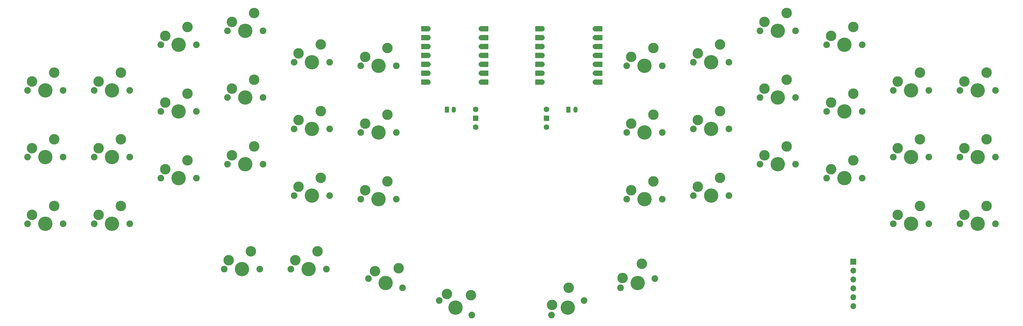
<source format=gts>
%TF.GenerationSoftware,KiCad,Pcbnew,8.0.3*%
%TF.CreationDate,2024-12-15T23:05:39+09:00*%
%TF.ProjectId,manjaro_mx,6d616e6a-6172-46f5-9f6d-782e6b696361,rev?*%
%TF.SameCoordinates,Original*%
%TF.FileFunction,Soldermask,Top*%
%TF.FilePolarity,Negative*%
%FSLAX46Y46*%
G04 Gerber Fmt 4.6, Leading zero omitted, Abs format (unit mm)*
G04 Created by KiCad (PCBNEW 8.0.3) date 2024-12-15 23:05:39*
%MOMM*%
%LPD*%
G01*
G04 APERTURE LIST*
G04 Aperture macros list*
%AMRoundRect*
0 Rectangle with rounded corners*
0 $1 Rounding radius*
0 $2 $3 $4 $5 $6 $7 $8 $9 X,Y pos of 4 corners*
0 Add a 4 corners polygon primitive as box body*
4,1,4,$2,$3,$4,$5,$6,$7,$8,$9,$2,$3,0*
0 Add four circle primitives for the rounded corners*
1,1,$1+$1,$2,$3*
1,1,$1+$1,$4,$5*
1,1,$1+$1,$6,$7*
1,1,$1+$1,$8,$9*
0 Add four rect primitives between the rounded corners*
20,1,$1+$1,$2,$3,$4,$5,0*
20,1,$1+$1,$4,$5,$6,$7,0*
20,1,$1+$1,$6,$7,$8,$9,0*
20,1,$1+$1,$8,$9,$2,$3,0*%
G04 Aperture macros list end*
%ADD10RoundRect,0.250000X-0.350000X-0.625000X0.350000X-0.625000X0.350000X0.625000X-0.350000X0.625000X0*%
%ADD11O,1.200000X1.750000*%
%ADD12RoundRect,0.152400X1.063600X0.609600X-1.063600X0.609600X-1.063600X-0.609600X1.063600X-0.609600X0*%
%ADD13C,1.524000*%
%ADD14RoundRect,0.152400X-1.063600X-0.609600X1.063600X-0.609600X1.063600X0.609600X-1.063600X0.609600X0*%
%ADD15R,1.500000X1.500000*%
%ADD16C,1.600000*%
%ADD17C,1.900000*%
%ADD18C,3.000000*%
%ADD19C,4.100000*%
%ADD20R,1.700000X1.700000*%
%ADD21O,1.700000X1.700000*%
G04 APERTURE END LIST*
D10*
%TO.C,BT1*%
X165000000Y-80000000D03*
D11*
X167000000Y-80000000D03*
%TD*%
D12*
%TO.C,rU1*%
X191395000Y-56880000D03*
D13*
X192230000Y-56880000D03*
D12*
X191395000Y-59420000D03*
D13*
X192230000Y-59420000D03*
D12*
X191395000Y-61960000D03*
D13*
X192230000Y-61960000D03*
D12*
X191395000Y-64500000D03*
D13*
X192230000Y-64500000D03*
D12*
X191395000Y-67040000D03*
D13*
X192230000Y-67040000D03*
D12*
X191395000Y-69580000D03*
D13*
X192230000Y-69580000D03*
D12*
X191395000Y-72120000D03*
D13*
X192230000Y-72120000D03*
X207470000Y-72120000D03*
D14*
X208305000Y-72120000D03*
D13*
X207470000Y-69580000D03*
D14*
X208305000Y-69580000D03*
D13*
X207470000Y-67040000D03*
D14*
X208305000Y-67040000D03*
D13*
X207470000Y-64500000D03*
D14*
X208305000Y-64500000D03*
D13*
X207470000Y-61960000D03*
D14*
X208305000Y-61960000D03*
D13*
X207470000Y-59420000D03*
D14*
X208305000Y-59420000D03*
D13*
X207470000Y-56880000D03*
D14*
X208305000Y-56880000D03*
%TD*%
D12*
%TO.C,U1*%
X158795000Y-56880000D03*
D13*
X159630000Y-56880000D03*
D12*
X158795000Y-59420000D03*
D13*
X159630000Y-59420000D03*
D12*
X158795000Y-61960000D03*
D13*
X159630000Y-61960000D03*
D12*
X158795000Y-64500000D03*
D13*
X159630000Y-64500000D03*
D12*
X158795000Y-67040000D03*
D13*
X159630000Y-67040000D03*
D12*
X158795000Y-69580000D03*
D13*
X159630000Y-69580000D03*
D12*
X158795000Y-72120000D03*
D13*
X159630000Y-72120000D03*
X174870000Y-72120000D03*
D14*
X175705000Y-72120000D03*
D13*
X174870000Y-69580000D03*
D14*
X175705000Y-69580000D03*
D13*
X174870000Y-67040000D03*
D14*
X175705000Y-67040000D03*
D13*
X174870000Y-64500000D03*
D14*
X175705000Y-64500000D03*
D13*
X174870000Y-61960000D03*
D14*
X175705000Y-61960000D03*
D13*
X174870000Y-59420000D03*
D14*
X175705000Y-59420000D03*
D13*
X174870000Y-56880000D03*
D14*
X175705000Y-56880000D03*
%TD*%
D10*
%TO.C,rBT1*%
X199750000Y-80000000D03*
D11*
X201750000Y-80000000D03*
%TD*%
D15*
%TO.C,PowerSW1*%
X173250000Y-82500000D03*
D16*
X173250000Y-79960000D03*
X173250000Y-85040000D03*
%TD*%
D17*
%TO.C,rSW13*%
X254520000Y-95600000D03*
D18*
X255790000Y-93060000D03*
D19*
X259600000Y-95600000D03*
D18*
X262140000Y-90520000D03*
D17*
X264680000Y-95600000D03*
%TD*%
%TO.C,rSW2*%
X235470000Y-66500000D03*
D18*
X236740000Y-63960000D03*
D19*
X240550000Y-66500000D03*
D18*
X243090000Y-61420000D03*
D17*
X245630000Y-66500000D03*
%TD*%
%TO.C,rSW5*%
X292620000Y-74500000D03*
D18*
X293890000Y-71960000D03*
D19*
X297700000Y-74500000D03*
D18*
X300240000Y-69420000D03*
D17*
X302780000Y-74500000D03*
%TD*%
%TO.C,rSW14*%
X273570000Y-99600000D03*
D18*
X274840000Y-97060000D03*
D19*
X278650000Y-99600000D03*
D18*
X281190000Y-94520000D03*
D17*
X283730000Y-99600000D03*
%TD*%
%TO.C,rSW15*%
X292620000Y-112600000D03*
D18*
X293890000Y-110060000D03*
D19*
X297700000Y-112600000D03*
D18*
X300240000Y-107520000D03*
D17*
X302780000Y-112600000D03*
%TD*%
%TO.C,rSW8*%
X254520000Y-76550000D03*
D18*
X255790000Y-74010000D03*
D19*
X259600000Y-76550000D03*
D18*
X262140000Y-71470000D03*
D17*
X264680000Y-76550000D03*
%TD*%
%TO.C,SW15*%
X102320000Y-95600000D03*
D18*
X103590000Y-93060000D03*
D19*
X107400000Y-95600000D03*
D18*
X109940000Y-90520000D03*
D17*
X112480000Y-95600000D03*
%TD*%
%TO.C,SW10*%
X83270000Y-80550000D03*
D18*
X84540000Y-78010000D03*
D19*
X88350000Y-80550000D03*
D18*
X90890000Y-75470000D03*
D17*
X93430000Y-80550000D03*
%TD*%
%TO.C,SW21*%
X120370000Y-125600000D03*
D18*
X121640000Y-123060000D03*
D19*
X125450000Y-125600000D03*
D18*
X127990000Y-120520000D03*
D17*
X130530000Y-125600000D03*
%TD*%
%TO.C,SW16*%
X83270000Y-99600000D03*
D18*
X84540000Y-97060000D03*
D19*
X88350000Y-99600000D03*
D18*
X90890000Y-94520000D03*
D17*
X93430000Y-99600000D03*
%TD*%
%TO.C,rSW4*%
X273570000Y-61500000D03*
D18*
X274840000Y-58960000D03*
D19*
X278650000Y-61500000D03*
D18*
X281190000Y-56420000D03*
D17*
X283730000Y-61500000D03*
%TD*%
%TO.C,SW22*%
X101320000Y-125600000D03*
D18*
X102590000Y-123060000D03*
D19*
X106400000Y-125600000D03*
D18*
X108940000Y-120520000D03*
D17*
X111480000Y-125600000D03*
%TD*%
%TO.C,rSW18*%
X311670000Y-112600000D03*
D18*
X312940000Y-110060000D03*
D19*
X316750000Y-112600000D03*
D18*
X319290000Y-107520000D03*
D17*
X321830000Y-112600000D03*
%TD*%
%TO.C,rSW1*%
X216420000Y-67500000D03*
D18*
X217690000Y-64960000D03*
D19*
X221500000Y-67500000D03*
D18*
X224040000Y-62420000D03*
D17*
X226580000Y-67500000D03*
%TD*%
%TO.C,rSW10*%
X292620000Y-93550000D03*
D18*
X293890000Y-91010000D03*
D19*
X297700000Y-93550000D03*
D18*
X300240000Y-88470000D03*
D17*
X302780000Y-93550000D03*
%TD*%
%TO.C,SW3*%
X102320000Y-57500000D03*
D18*
X103590000Y-54960000D03*
D19*
X107400000Y-57500000D03*
D18*
X109940000Y-52420000D03*
D17*
X112480000Y-57500000D03*
%TD*%
%TO.C,SW9*%
X102320000Y-76550000D03*
D18*
X103590000Y-74010000D03*
D19*
X107400000Y-76550000D03*
D18*
X109940000Y-71470000D03*
D17*
X112480000Y-76550000D03*
%TD*%
%TO.C,rSW19*%
X311670000Y-93550000D03*
D18*
X312940000Y-91010000D03*
D19*
X316750000Y-93550000D03*
D18*
X319290000Y-88470000D03*
D17*
X321830000Y-93550000D03*
%TD*%
%TO.C,SW6*%
X45170000Y-74500000D03*
D18*
X46440000Y-71960000D03*
D19*
X50250000Y-74500000D03*
D18*
X52790000Y-69420000D03*
D17*
X55330000Y-74500000D03*
%TD*%
%TO.C,rSW20*%
X311670000Y-74500000D03*
D18*
X312940000Y-71960000D03*
D19*
X316750000Y-74500000D03*
D18*
X319290000Y-69420000D03*
D17*
X321830000Y-74500000D03*
%TD*%
%TO.C,SW5*%
X64220000Y-74500000D03*
D18*
X65490000Y-71960000D03*
D19*
X69300000Y-74500000D03*
D18*
X71840000Y-69420000D03*
D17*
X74380000Y-74500000D03*
%TD*%
D15*
%TO.C,rPowerSW1*%
X193500000Y-82500000D03*
D16*
X193500000Y-79960000D03*
X193500000Y-85040000D03*
%TD*%
D17*
%TO.C,SW18*%
X45170000Y-112600000D03*
D18*
X46440000Y-110060000D03*
D19*
X50250000Y-112600000D03*
D18*
X52790000Y-107520000D03*
D17*
X55330000Y-112600000D03*
%TD*%
%TO.C,rSW12*%
X235470000Y-104600000D03*
D18*
X236740000Y-102060000D03*
D19*
X240550000Y-104600000D03*
D18*
X243090000Y-99520000D03*
D17*
X245630000Y-104600000D03*
%TD*%
%TO.C,SW12*%
X45170000Y-93550000D03*
D18*
X46440000Y-91010000D03*
D19*
X50250000Y-93550000D03*
D18*
X52790000Y-88470000D03*
D17*
X55330000Y-93550000D03*
%TD*%
%TO.C,rSW6*%
X216420000Y-86550000D03*
D18*
X217690000Y-84010000D03*
D19*
X221500000Y-86550000D03*
D18*
X224040000Y-81470000D03*
D17*
X226580000Y-86550000D03*
%TD*%
%TO.C,SW8*%
X121370000Y-85550000D03*
D18*
X122640000Y-83010000D03*
D19*
X126450000Y-85550000D03*
D18*
X128990000Y-80470000D03*
D17*
X131530000Y-85550000D03*
%TD*%
%TO.C,rSW16*%
X194909225Y-138666303D03*
D18*
X195036267Y-135829340D03*
D19*
X199550000Y-136600000D03*
D18*
X199804084Y-130926074D03*
D17*
X204190775Y-134533697D03*
%TD*%
%TO.C,SW7*%
X140420000Y-86550000D03*
D18*
X141690000Y-84010000D03*
D19*
X145500000Y-86550000D03*
D18*
X148040000Y-81470000D03*
D17*
X150580000Y-86550000D03*
%TD*%
%TO.C,SW11*%
X64220000Y-93550000D03*
D18*
X65490000Y-91010000D03*
D19*
X69300000Y-93550000D03*
D18*
X71840000Y-88470000D03*
D17*
X74380000Y-93550000D03*
%TD*%
%TO.C,SW14*%
X121370000Y-104600000D03*
D18*
X122640000Y-102060000D03*
D19*
X126450000Y-104600000D03*
D18*
X128990000Y-99520000D03*
D17*
X131530000Y-104600000D03*
%TD*%
%TO.C,SW13*%
X140420000Y-105600000D03*
D18*
X141690000Y-103060000D03*
D19*
X145500000Y-105600000D03*
D18*
X148040000Y-100520000D03*
D17*
X150580000Y-105600000D03*
%TD*%
%TO.C,rSW7*%
X235470000Y-85550000D03*
D18*
X236740000Y-83010000D03*
D19*
X240550000Y-85550000D03*
D18*
X243090000Y-80470000D03*
D17*
X245630000Y-85550000D03*
%TD*%
%TO.C,SW17*%
X64220000Y-112600000D03*
D18*
X65490000Y-110060000D03*
D19*
X69300000Y-112600000D03*
D18*
X71840000Y-107520000D03*
D17*
X74380000Y-112600000D03*
%TD*%
%TO.C,SW4*%
X83270000Y-61500000D03*
D18*
X84540000Y-58960000D03*
D19*
X88350000Y-61500000D03*
D18*
X90890000Y-56420000D03*
D17*
X93430000Y-61500000D03*
%TD*%
%TO.C,SW2*%
X121370000Y-66500000D03*
D18*
X122640000Y-63960000D03*
D19*
X126450000Y-66500000D03*
D18*
X128990000Y-61420000D03*
D17*
X131530000Y-66500000D03*
%TD*%
%TO.C,rSW3*%
X254520000Y-57500000D03*
D18*
X255790000Y-54960000D03*
D19*
X259600000Y-57500000D03*
D18*
X262140000Y-52420000D03*
D17*
X264680000Y-57500000D03*
%TD*%
%TO.C,SW20*%
X142543097Y-128285199D03*
D18*
X144427223Y-126160448D03*
D19*
X147450000Y-129600000D03*
D18*
X151218252Y-125350497D03*
D17*
X152356903Y-130914801D03*
%TD*%
%TO.C,rSW9*%
X273570000Y-80550000D03*
D18*
X274840000Y-78010000D03*
D19*
X278650000Y-80550000D03*
D18*
X281190000Y-75470000D03*
D17*
X283730000Y-80550000D03*
%TD*%
%TO.C,rSW17*%
X214643097Y-130914801D03*
D18*
X215212422Y-128132649D03*
D19*
X219550000Y-129600000D03*
D18*
X220688651Y-124035696D03*
D17*
X224456903Y-128285199D03*
%TD*%
%TO.C,SW19*%
X162809189Y-134533778D03*
D18*
X165002503Y-132729928D03*
D19*
X167450000Y-136600000D03*
D18*
X171836628Y-132992300D03*
D17*
X172090811Y-138666222D03*
%TD*%
%TO.C,SW1*%
X140420000Y-67500000D03*
D18*
X141690000Y-64960000D03*
D19*
X145500000Y-67500000D03*
D18*
X148040000Y-62420000D03*
D17*
X150580000Y-67500000D03*
%TD*%
%TO.C,rSW11*%
X216420000Y-105600000D03*
D18*
X217690000Y-103060000D03*
D19*
X221500000Y-105600000D03*
D18*
X224040000Y-100520000D03*
D17*
X226580000Y-105600000D03*
%TD*%
D20*
%TO.C,rJ3*%
X281150000Y-123475000D03*
D21*
X281150000Y-126015000D03*
X281150000Y-128555000D03*
X281150000Y-131095000D03*
X281150000Y-133635000D03*
X281150000Y-136175000D03*
%TD*%
M02*

</source>
